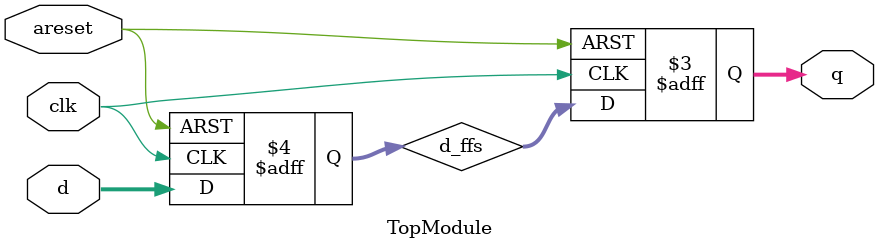
<source format=v>
module TopModule (
  input clk,
  input [7:0] d,
  input areset,
  output reg [7:0] q
);

  reg [7:0] d_ffs;

  always @(posedge clk or posedge areset) begin
    if (areset) begin
      d_ffs <= 8'b0;
    end else begin
      d_ffs <= d;
    end
  end

  always @(posedge clk or posedge areset) begin
    if (areset) begin
      q <= 8'b0;
    end else begin
      q <= d_ffs;
    end
  end

endmodule


</source>
